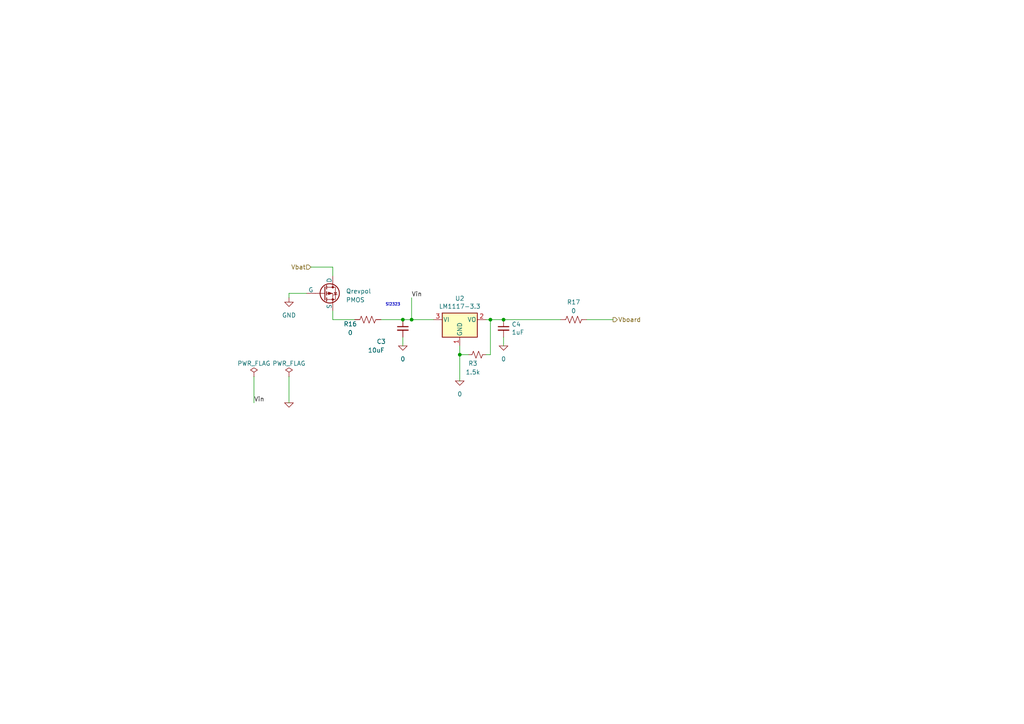
<source format=kicad_sch>
(kicad_sch (version 20230121) (generator eeschema)
  (paper "A4")
  (title_block (title "Regulating Module") (date "2023-03-05") (rev "V1.0") (company "EEE3088F - Team 14") (comment 1 "Designed By Ashik John"))
  (lib_symbols
    (symbol "Device:C_Small" (pin_numbers hide) (pin_names (offset 0.254) hide)
      (property "Reference" "C" (at 0.254 1.778 0))
      (property "Value" "C_Small" (at 0.254 -2.032 0))
      (symbol "C_Small_0_1"
        (polyline (pts (xy -1.524 -0.508) (xy 1.524 -0.508)) (stroke (width 0.3302)))
        (polyline (pts (xy -1.524 0.508) (xy 1.524 0.508)) (stroke (width 0.3048)))
      )
      (symbol "C_Small_1_1"
        (pin passive line (at 0 2.54 270) (length 2.032) (name "~") (number "1"))
        (pin passive line (at 0 -2.54 90) (length 2.032) (name "~") (number "2"))
      )
    )
    (symbol "Device:R_Small_US" (pin_numbers hide) (pin_names (offset 0.254) hide)
      (property "Reference" "R" (at 0.762 0.508 0))
      (property "Value" "R_Small_US" (at 0.762 -1.016 0))
      (symbol "R_Small_US_1_1"
        (polyline (pts (xy 0 0) (xy 1.016 -0.381) (xy 0 -0.762) (xy -1.016 -1.143) (xy 0 -1.524)))
        (polyline (pts (xy 0 1.524) (xy 1.016 1.143) (xy 0 0.762) (xy -1.016 0.381) (xy 0 0)))
        (pin passive line (at 0 2.54 270) (length 1.016) (name "~") (number "1"))
        (pin passive line (at 0 -2.54 90) (length 1.016) (name "~") (number "2"))
      )
    )
    (symbol "Device:R_US" (pin_numbers hide) (pin_names (offset 0))
      (property "Reference" "R" (at 2.54 0 90))
      (property "Value" "R_US" (at -2.54 0 90))
      (symbol "R_US_0_1"
        (polyline (pts (xy 0 -2.286) (xy 0 -2.54)))
        (polyline (pts (xy 0 2.286) (xy 0 2.54)))
        (polyline (pts (xy 0 -0.762) (xy 1.016 -1.143) (xy 0 -1.524) (xy -1.016 -1.905) (xy 0 -2.286)))
        (polyline (pts (xy 0 0.762) (xy 1.016 0.381) (xy 0 0) (xy -1.016 -0.381) (xy 0 -0.762)))
        (polyline (pts (xy 0 2.286) (xy 1.016 1.905) (xy 0 1.524) (xy -1.016 1.143) (xy 0 0.762)))
      )
      (symbol "R_US_1_1"
        (pin passive line (at 0 3.81 270) (length 1.27) (name "~") (number "1"))
        (pin passive line (at 0 -3.81 90) (length 1.27) (name "~") (number "2"))
      )
    )
    (symbol "Power module-rescue:0-pspice" (power) (pin_names (offset 0))
      (property "Value" "0-pspice" (at 0 -1.778 0))
      (symbol "0-pspice_0_1"
        (polyline (pts (xy -1.27 0) (xy 0 -1.27) (xy 1.27 0) (xy -1.27 0)))
      )
      (symbol "0-pspice_1_1"
        (pin power_in line (at 0 0 0) (length 0) hide (name "0") (number "1"))
      )
    )
    (symbol "Power module-rescue:LM1117-3.3-Regulator_Linear" (pin_names (offset 0.254))
      (property "Reference" "U" (at -3.81 3.175 0))
      (property "Value" "Regulator_Linear_LM1117-3.3" (at 0 3.175 0))
      (symbol "LM1117-3.3-Regulator_Linear_0_1"
        (rectangle (start -5.08 -5.08) (end 5.08 1.905) (stroke (width 0.254)) (fill (type background)))
      )
      (symbol "LM1117-3.3-Regulator_Linear_1_1"
        (pin power_in line (at 0 -7.62 90) (length 2.54) (name "GND") (number "1"))
        (pin power_out line (at 7.62 0 180) (length 2.54) (name "VO") (number "2"))
        (pin power_in line (at -7.62 0 0) (length 2.54) (name "VI") (number "3"))
      )
    )
    (symbol "Simulation_SPICE:PMOS" (pin_numbers hide) (pin_names (offset 0))
      (property "Reference" "Q" (at 5.08 1.27 0))
      (property "Value" "PMOS" (at 5.08 -1.27 0))
      (symbol "PMOS_0_1"
        (polyline (pts (xy 0.254 0) (xy -2.54 0)))
        (polyline (pts (xy 0.254 1.905) (xy 0.254 -1.905)) (stroke (width 0.254)))
        (polyline (pts (xy 0.762 -1.27) (xy 0.762 -2.286)) (stroke (width 0.254)))
        (polyline (pts (xy 0.762 0.508) (xy 0.762 -0.508)) (stroke (width 0.254)))
        (polyline (pts (xy 0.762 2.286) (xy 0.762 1.27)) (stroke (width 0.254)))
        (polyline (pts (xy 2.54 2.54) (xy 2.54 1.778)))
        (polyline (pts (xy 2.54 -2.54) (xy 2.54 0) (xy 0.762 0)))
        (polyline (pts (xy 0.762 1.778) (xy 3.302 1.778) (xy 3.302 -1.778) (xy 0.762 -1.778)))
        (polyline (pts (xy 2.286 0) (xy 1.27 0.381) (xy 1.27 -0.381) (xy 2.286 0)) (fill (type outline)))
        (polyline (pts (xy 2.794 -0.508) (xy 2.921 -0.381) (xy 3.683 -0.381) (xy 3.81 -0.254)))
        (polyline (pts (xy 3.302 -0.381) (xy 2.921 0.254) (xy 3.683 0.254) (xy 3.302 -0.381)))
        (circle (center 1.651 0) (radius 2.794) (stroke (width 0.254)))
        (circle (center 2.54 -1.778) (radius 0.254) (fill (type outline)))
        (circle (center 2.54 1.778) (radius 0.254) (fill (type outline)))
      )
      (symbol "PMOS_1_1"
        (pin passive line (at 2.54 5.08 270) (length 2.54) (name "D") (number "1"))
        (pin input line (at -5.08 0 0) (length 2.54) (name "G") (number "2"))
        (pin passive line (at 2.54 -5.08 90) (length 2.54) (name "S") (number "3"))
      )
    )
    (symbol "power:GND" (power) (pin_names (offset 0))
      (property "Value" "GND" (at 0 -3.81 0))
      (symbol "GND_0_1"
        (polyline (pts (xy 0 0) (xy 0 -1.27) (xy 1.27 -1.27) (xy 0 -2.54) (xy -1.27 -1.27) (xy 0 -1.27)))
      )
      (symbol "GND_1_1"
        (pin power_in line (at 0 0 270) (length 0) hide (name "GND") (number "1"))
      )
    )
    (symbol "power:PWR_FLAG" (power) (pin_numbers hide) (pin_names (offset 0) hide)
      (property "Value" "PWR_FLAG" (at 0 3.81 0))
      (symbol "PWR_FLAG_0_0"
        (pin power_out line (at 0 0 90) (length 0) (name "pwr") (number "1"))
      )
      (symbol "PWR_FLAG_0_1"
        (polyline (pts (xy 0 0) (xy 0 1.27) (xy -1.016 1.905) (xy 0 2.54) (xy 1.016 1.905) (xy 0 1.27)))
      )
    )
  )
  (junction (at 119.38 92.71))
  (junction (at 146.05 92.71))
  (junction (at 142.24 92.71))
  (junction (at 133.35 102.87))
  (junction (at 116.84 92.71))
  (wire (pts (xy 96.52 92.71) (xy 96.52 90.17)))
  (wire (pts (xy 90.17 77.47) (xy 96.52 77.47)))
  (wire (pts (xy 83.82 109.22) (xy 83.82 116.84)))
  (wire (pts (xy 133.35 100.33) (xy 133.35 102.87)))
  (wire (pts (xy 116.84 92.71) (xy 119.38 92.71)))
  (wire (pts (xy 110.49 92.71) (xy 116.84 92.71)))
  (wire (pts (xy 133.35 102.87) (xy 133.35 110.49)))
  (wire (pts (xy 142.24 102.87) (xy 142.24 92.71)))
  (wire (pts (xy 142.24 92.71) (xy 140.97 92.71)))
  (wire (pts (xy 146.05 92.71) (xy 162.56 92.71)))
  (wire (pts (xy 83.82 85.09) (xy 88.9 85.09)))
  (wire (pts (xy 96.52 77.47) (xy 96.52 80.01)))
  (wire (pts (xy 119.38 92.71) (xy 125.73 92.71)))
  (wire (pts (xy 170.18 92.71) (xy 177.8 92.71)))
  (wire (pts (xy 116.84 97.79) (xy 116.84 100.33)))
  (wire (pts (xy 96.52 92.71) (xy 102.87 92.71)))
  (wire (pts (xy 142.24 92.71) (xy 146.05 92.71)))
  (wire (pts (xy 133.35 102.87) (xy 135.89 102.87)))
  (wire (pts (xy 73.66 109.22) (xy 73.66 116.84)))
  (wire (pts (xy 140.97 102.87) (xy 142.24 102.87)))
  (wire (pts (xy 119.38 86.36) (xy 119.38 92.71)))
  (wire (pts (xy 83.82 86.36) (xy 83.82 85.09)))
  (wire (pts (xy 146.05 97.79) (xy 146.05 100.33)))
  (text "Si2323" (at 111.76 88.9 0) (effects (font (size 0.8 0.8)) (justify left bottom)))
  (label "Vin" (at 119.38 86.36 0))
  (label "Vin" (at 73.66 116.84 0))
  (hierarchical_label "Vboard" (shape output) (at 177.8 92.71 0) (property "Intersheetrefs" "${INTERSHEET_REFS}" (effects hide)))
  (hierarchical_label "Vbat" (shape input) (at 90.17 77.47 180))
  (symbol (lib_id "Power module-rescue:LM1117-3.3-Regulator_Linear") (at 133.35 92.71 0) (unit 1)
    (property "Reference" "U2" (at 133.35 86.5632 0))
    (property "Value" "LM1117-3.3" (at 133.35 88.8746 0))
    (property "Footprint" "Library:SOT230P700X180-4N" (effects hide))
    (property "Datasheet" "http://www.ti.com/lit/ds/symlink/lm1117.pdf" (effects hide))
    (property "Price" "0.072" (effects hide))
    (property "Price ( 1 board)" "0.072" (effects hide))
    (property "Price (5 boards)" "0.36" (effects hide))
    (property "JLCPCB Part #" "C5337196" (effects hide))
    (instances (project "Power module" (path "" (reference "U2") (unit 1))) (project "FullSchematic" (path "" (reference "U1") (unit 1))))
  )
  (symbol (lib_id "Device:C_Small") (at 116.84 95.25 0) (unit 1)
    (property "Reference" "C3" (at 109.22 99.06 0) (effects (justify left)))
    (property "Value" "10uF" (at 106.68 101.6 0) (effects (justify left)))
    (property "Footprint" "Library:CAPC1608X90N" (effects hide))
    (property "Price" "0.08" (effects hide))
    (property "Price ( 1 board)" "0.24" (effects hide))
    (property "Price (5 boards)" "1.20" (effects hide))
    (property "JLCPCB Part #" "C1691" (effects hide))
    (instances (project "Power module" (path "" (reference "C3") (unit 1))) (project "FullSchematic" (path "" (reference "C8") (unit 1))))
  )
  (symbol (lib_id "Device:C_Small") (at 146.05 95.25 0) (unit 1)
    (property "Reference" "C4" (at 148.3868 94.0816 0) (effects (justify left)))
    (property "Value" "1uF" (at 148.3868 96.393 0) (effects (justify left)))
    (property "Footprint" "Library:CAPC1608X90N" (effects hide))
    (property "Price" "0.01" (effects hide))
    (property "Price ( 1 board)" "0.01" (effects hide))
    (property "Price (5 boards)" "0.05" (effects hide))
    (property "JLCPCB Part #" "C88945" (effects hide))
    (instances (project "Power module" (path "" (reference "C4") (unit 1))) (project "FullSchematic" (path "" (reference "C9") (unit 1))))
  )
  (symbol (lib_id "Power module-rescue:0-pspice") (at 133.35 110.49 0) (unit 1)
    (property "Reference" "#GND0106" (effects hide))
    (property "Value" "0" (at 133.35 114.3 0))
  )
  (symbol (lib_id "Power module-rescue:0-pspice") (at 116.84 100.33 0) (unit 1)
    (property "Reference" "#GND0107" (effects hide))
    (property "Value" "0" (at 116.84 104.14 0))
  )
  (symbol (lib_id "Power module-rescue:0-pspice") (at 146.05 100.33 0) (unit 1)
    (property "Reference" "#GND0108" (effects hide))
    (property "Value" "0" (at 146.05 104.14 0))
  )
  (symbol (lib_id "Device:R_Small_US") (at 138.43 102.87 270) (unit 1)
    (property "Reference" "R3" (at 137.16 105.41 90))
    (property "Value" "1.5k" (at 137.16 107.95 90))
    (property "Footprint" "Library:RESC2013X65N" (effects hide))
    (property "Price" "0.001" (effects hide))
    (property "Price ( 1 board)" "0.001" (effects hide))
    (property "Price (5 boards)" "0.005" (effects hide))
    (property "JLCPCB Part #" "C4310" (effects hide))
    (instances (project "Power module" (path "" (reference "R3") (unit 1))) (project "FullSchematic" (path "" (reference "R9") (unit 1))))
  )
  (symbol (lib_id "Device:R_US") (at 166.37 92.71 90) (unit 1)
    (property "Reference" "R17" (at 166.37 87.63 90))
    (property "Value" "0" (at 166.37 90.17 90))
    (property "Footprint" "Library:RESC2013X65N" (effects hide))
    (property "JLCPCB Part #" "C17888" (effects hide))
    (property "Price" "0.003" (effects hide))
    (property "Price ( 1 board)" "0.012" (effects hide))
    (property "Price (5 boards)" "0.06" (effects hide))
  )
  (symbol (lib_id "Simulation_SPICE:PMOS") (at 93.98 85.09 0) (unit 1)
    (property "Reference" "Qrevpol" (at 100.33 84.455 0) (effects (justify left)))
    (property "Value" "PMOS" (at 100.33 86.995 0) (effects (justify left)))
    (property "Footprint" "Library:SOT95P237X112-3N" (effects hide))
    (property "Datasheet" "https://ngspice.sourceforge.io/docs/ngspice-manual.pdf" (effects hide))
    (property "Sim.Device" "PMOS" (effects hide))
    (property "Sim.Type" "VDMOS" (effects hide))
    (property "Sim.Pins" "1=D 2=G 3=S" (effects hide))
    (property "Price ( 1 board)" "0.18" (effects hide))
    (property "Price (5 boards)" "0.9" (effects hide))
    (property "JLCPCB Part #" "C20917" (effects hide))
    (property "Price" "0.09" (effects hide))
    (instances (project "Power module" (path "" (reference "Qrevpol") (unit 1)) (path "" (reference "Qrevpol2") (unit 1))) (project "FullSchematic" (path "" (reference "Qrevpol2") (unit 1))))
  )
  (symbol (lib_id "Power module-rescue:0-pspice") (at 83.82 116.84 0) (unit 1)
    (property "Reference" "#GND0106" (effects hide))
    (property "Value" "0" (effects hide))
    (instances (project "Power module" (path "" (reference "#GND0106") (unit 1))) (project "FullSchematic" (path "" (reference "#GND01") (unit 1))))
  )
  (symbol (lib_id "power:PWR_FLAG") (at 73.66 109.22 0) (unit 1)
    (property "Reference" "#FLG02" (effects hide))
    (property "Value" "PWR_FLAG" (at 73.66 105.41 0))
  )
  (symbol (lib_id "power:GND") (at 83.82 86.36 0) (unit 1)
    (property "Reference" "#PWR04" (effects hide))
    (property "Value" "GND" (at 83.82 91.44 0))
    (instances (project "Power module" (path "" (reference "#PWR04") (unit 1)) (path "" (reference "#PWR05") (unit 1))) (project "FullSchematic" (path "" (reference "#PWR0108") (unit 1))))
  )
  (symbol (lib_id "power:PWR_FLAG") (at 83.82 109.22 0) (unit 1)
    (property "Reference" "#FLG01" (effects hide))
    (property "Value" "PWR_FLAG" (at 83.82 105.41 0))
  )
  (symbol (lib_id "Device:R_US") (at 106.68 92.71 90) (unit 1)
    (property "Reference" "R16" (at 101.6 93.98 90))
    (property "Value" "0" (at 101.6 96.52 90))
    (property "Footprint" "Library:RESC2013X65N" (effects hide))
    (property "JLCPCB Part #" "C17888" (effects hide))
    (property "Price" "0.003" (effects hide))
    (property "Price ( 1 board)" "0.012" (effects hide))
    (property "Price (5 boards)" "0.06" (effects hide))
  )
)
</source>
